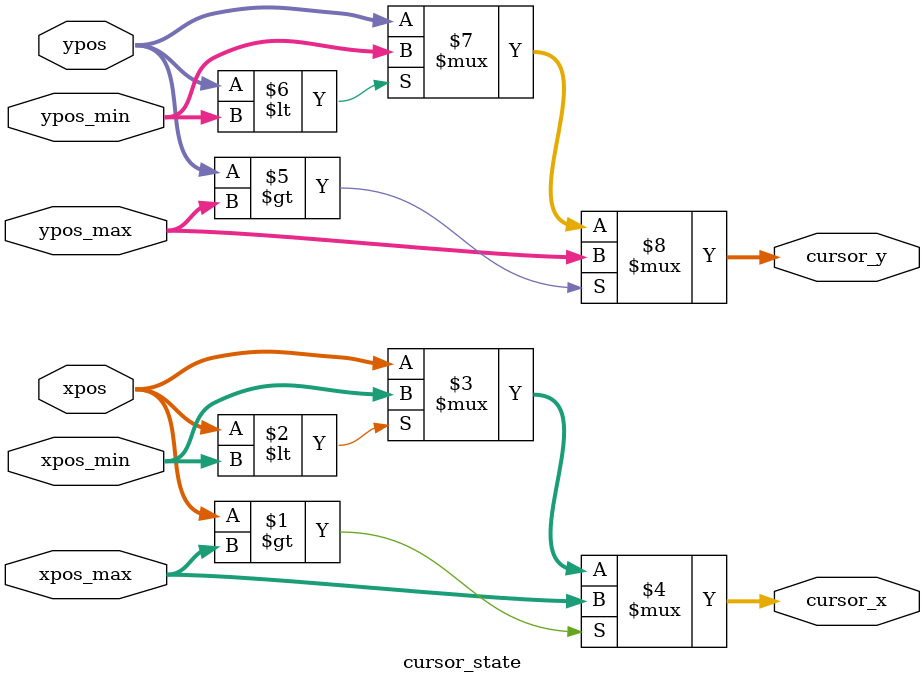
<source format=v>
`timescale 1ns / 1ps


module cursor_state(
    input [9:0] xpos, ypos,
    input [9:0] xpos_max, ypos_max,
    input [9:0] xpos_min, ypos_min,
    
    output [9:0] cursor_x, cursor_y
    );
    
    assign cursor_x = (xpos > xpos_max) ? xpos_max: (xpos < xpos_min) ? xpos_min : xpos;
    assign cursor_y = (ypos > ypos_max) ? ypos_max: (ypos < ypos_min) ? ypos_min : ypos;
endmodule

</source>
